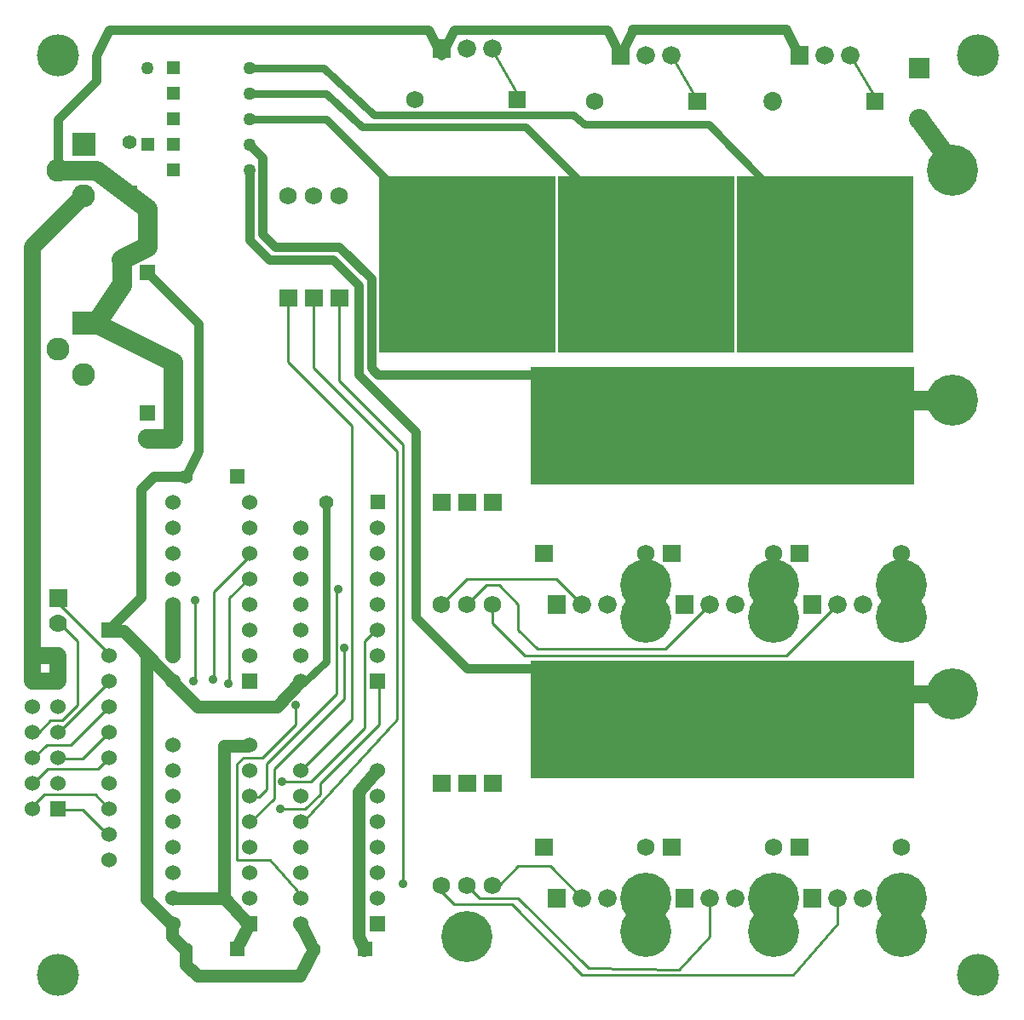
<source format=gbl>
G04 start of page 3 for group 1 idx 1 *
G04 Title: (unknown), ground *
G04 Creator: pcb 20110918 *
G04 CreationDate: Sat 26 Apr 2014 09:44:01 GMT UTC *
G04 For: ksarkies *
G04 Format: Gerber/RS-274X *
G04 PCB-Dimensions: 390000 390000 *
G04 PCB-Coordinate-Origin: lower left *
%MOIN*%
%FSLAX25Y25*%
%LNBOTTOM*%
%ADD69C,0.0280*%
%ADD68C,0.0840*%
%ADD67C,0.0380*%
%ADD66C,0.0420*%
%ADD65C,0.1240*%
%ADD64C,0.0200*%
%ADD63C,0.0360*%
%ADD62R,0.4600X0.4600*%
%ADD61C,0.0900*%
%ADD60C,0.0730*%
%ADD59C,0.2000*%
%ADD58C,0.0680*%
%ADD57C,0.0040*%
%ADD56C,0.0720*%
%ADD55C,0.0550*%
%ADD54C,0.0001*%
%ADD53C,0.1650*%
%ADD52C,0.0800*%
%ADD51C,0.0600*%
%ADD50C,0.0500*%
%ADD49C,0.0650*%
%ADD48C,0.0400*%
%ADD47C,0.0750*%
%ADD46C,0.0300*%
%ADD45C,0.0350*%
%ADD44C,0.0700*%
%ADD43C,0.0100*%
G54D43*X182500Y167500D02*X187500D01*
X175000Y170000D02*X210000D01*
X187500Y167500D02*X195000Y160000D01*
X210000Y170000D02*X220000Y160000D01*
X197500Y140000D02*X300000D01*
X320000Y160000D01*
Y157500D01*
X202500Y142500D02*X252500D01*
X270000Y160000D01*
G54D44*X362000Y125000D02*X342500D01*
G54D43*X220000Y15000D02*X302500D01*
X320000Y35000D01*
X222500Y17500D02*X258000Y17000D01*
X270000Y30000D01*
X320000Y35000D02*Y45000D01*
X195000D02*X222500Y17500D01*
X195000Y57500D02*X207500D01*
X220000Y45000D01*
X222500D01*
X270000Y30000D02*Y45000D01*
X220000Y15000D02*X192500Y42500D01*
X185000Y157500D02*Y152500D01*
X197500Y140000D01*
X195000Y160000D02*Y150000D01*
X202500Y142500D01*
X175000Y160000D02*X182500Y167500D01*
X165000Y160000D02*X175000Y170000D01*
G54D45*Y135000D02*X200000D01*
G54D46*X138500Y351500D02*X216000D01*
X134000Y347000D02*X198000D01*
X225000Y320000D01*
G54D43*X196000Y357500D03*
X216500Y351000D02*Y351500D01*
G54D46*X221000Y348000D01*
X90000Y370000D02*X119000D01*
X138500Y351500D01*
X90000Y360000D02*X120000D01*
X134000Y347000D01*
X90000Y350000D02*X120000D01*
X150000Y320000D01*
G54D45*X90000Y340000D02*X95000Y335000D01*
Y305000D01*
X90000Y330000D02*Y302500D01*
X95000Y305000D02*X100000Y300000D01*
X90000Y302500D02*X97500Y295000D01*
X100000Y300000D02*X125000D01*
X97500Y295000D02*X122500D01*
X140000Y250000D02*X205000D01*
X125000Y300000D02*X137500Y287500D01*
X122500Y295000D02*X132500Y285000D01*
G54D43*X115000Y280000D02*Y252500D01*
G54D47*X362000Y240000D02*X342500D01*
G54D43*X325000Y375000D02*X335500Y357000D01*
G54D48*X300000Y385000D02*X305000Y375000D01*
G54D43*X265000Y357500D02*X264500D01*
X255000Y375000D02*X265000Y357500D01*
X185000Y377000D02*X196000Y357500D01*
G54D46*X221000Y348000D02*X269500D01*
X293000Y324000D01*
G54D47*X363000Y335000D02*X352000Y350000D01*
G54D45*X170000Y385000D02*X230000D01*
G54D48*X240000D02*X300000D01*
G54D45*X230000D02*X235000Y375000D01*
X240000Y385000D01*
G54D47*X25000Y270000D02*X30000D01*
G54D48*X65000Y210000D02*X52500D01*
X47500Y205000D01*
G54D49*X5000Y130000D02*Y300000D01*
Y130000D02*X15000D01*
Y140000D01*
X7500D01*
G54D43*X22500Y145500D02*X15500Y152500D01*
X14500Y162000D02*Y161000D01*
X35500Y140000D01*
G54D47*X50000Y225000D02*X60000D01*
G54D50*X35500Y149500D02*X40500D01*
G54D48*X47500Y162500D02*X35000Y150000D01*
G54D51*X60000Y140000D02*Y159500D01*
G54D50*X40500Y149500D02*X60000Y130000D01*
G54D52*X30000Y270000D02*X40000Y285000D01*
G54D47*Y295000D01*
G54D52*X50000Y300000D01*
G54D43*Y290000D03*
G54D47*Y300000D02*Y315000D01*
X30000Y330000D01*
X15000D01*
G54D49*X5000Y300000D02*X25000Y320000D01*
G54D45*X15000Y330000D02*Y350000D01*
X30000Y365000D01*
Y375000D01*
X35000Y385000D01*
X160000D01*
X165000Y375000D01*
X170000Y385000D01*
G54D47*X50000Y225000D03*
X60000D02*Y255000D01*
X30000Y270000D01*
G54D43*X30500Y95500D02*X35000Y100000D01*
G54D45*X50000Y290000D02*X70000Y270000D01*
X137500Y287500D02*Y252500D01*
X140000Y250000D01*
X132500Y285000D02*Y250000D01*
G54D43*X105000Y277500D02*Y255000D01*
X96500Y97500D02*X124000Y125000D01*
Y165000D01*
G54D45*X70000Y270000D02*Y220000D01*
G54D50*X80000Y45500D02*Y104500D01*
X89000D01*
G54D43*X90000Y74500D02*Y75000D01*
G54D48*X47500Y205000D02*Y162500D01*
G54D50*X49500Y140500D02*Y44500D01*
G54D43*X14500Y79500D02*X24500D01*
X5500Y80000D02*Y81500D01*
X9500Y85500D01*
X24500Y79500D02*X34500Y69500D01*
X9500Y85500D02*X29500D01*
X35000Y80000D01*
X5000Y89500D02*X11000Y95500D01*
X30500D01*
X15000Y99500D02*X24500D01*
X35000Y110000D01*
X10500Y105000D02*X20000D01*
X34500Y119500D01*
X12000Y114500D02*X16500D01*
X5000Y99500D02*X10500Y105000D01*
X15000Y109500D02*X35000Y129500D01*
X5500Y110000D02*X7500D01*
X12000Y114500D01*
X16500D02*X22500Y120500D01*
Y145500D01*
G54D45*X70000Y220000D02*X65000Y210000D01*
G54D43*X120000Y200500D02*X119000Y201500D01*
X76000Y165000D02*X90000Y179000D01*
X68500Y130000D02*Y162500D01*
G54D45*X132500Y250000D02*X155000Y227500D01*
G54D43*X115000Y252500D02*X147500Y220000D01*
X105000Y255000D02*X130000Y230000D01*
X125000Y247500D02*X150000Y222500D01*
G54D45*X155000Y227500D02*Y200000D01*
G54D43*X147500Y220000D02*Y115000D01*
X150000Y222500D02*Y50500D01*
X125000Y277500D02*Y247500D01*
X130000Y230000D02*Y115000D01*
X127000Y143000D02*Y123000D01*
G54D46*X120000Y137500D02*Y200500D01*
G54D45*X155000Y210000D02*Y155000D01*
G54D43*X127000Y123000D02*X99500Y95500D01*
Y84000D01*
X90000Y74500D01*
X90500Y84500D02*X93500D01*
X96500Y87500D01*
Y97500D01*
G54D50*X80000Y45000D02*X60500D01*
G54D43*X175000Y50000D02*X180000Y45000D01*
G54D50*X134500Y24500D02*Y25500D01*
X132500Y30000D01*
G54D43*X165000Y50000D02*Y47500D01*
X170000Y42500D01*
X180000Y45000D02*X195000D01*
G54D50*X132500Y30000D02*Y86500D01*
X139500Y95000D01*
G54D43*X170000Y42500D02*X192500D01*
X185000Y50000D02*X187500D01*
X195000Y57500D01*
G54D50*X89500Y34500D02*X79500Y45500D01*
X60500Y45000D02*X60000Y45500D01*
X84500Y25000D02*X89500Y34500D01*
X49500Y44500D02*X59500Y34500D01*
Y35000D01*
Y30000D01*
X65000Y24500D01*
Y24000D02*Y19000D01*
X69500Y14500D01*
X109500D01*
X115000Y25000D01*
Y24500D02*X110000Y35000D01*
Y34000D02*X109500Y34500D01*
G54D43*X110500Y45500D02*X98000Y60000D01*
X85000D01*
X110000Y129000D02*X110500D01*
G54D46*X120000Y137500D01*
G54D45*X155000Y155000D02*X175000Y135000D01*
G54D43*X140500Y150000D02*X138000D01*
X139500Y149500D02*X139000D01*
X135000Y145500D01*
G54D50*X60500Y129000D02*X69500Y120000D01*
G54D43*X82000Y129000D02*Y162500D01*
X89500Y170000D01*
X76000Y130500D02*Y165000D01*
G54D50*X69500Y120000D02*X100500D01*
X110000Y130000D01*
G54D43*X140500Y129500D02*Y113000D01*
X135000Y145500D02*Y111500D01*
X147500Y115000D02*X111000Y75000D01*
X140500Y113000D02*X117500Y90000D01*
X135000Y111500D02*X114000Y90500D01*
X130000Y115000D02*X110000Y95000D01*
X95000Y100000D02*X108000Y113000D01*
Y119500D01*
X85000Y60000D02*Y97500D01*
X87500Y100000D01*
X95000D01*
X111500Y80000D02*X102000D01*
X117500Y90000D02*Y85500D01*
X111500Y80000D01*
X114000Y90500D02*X102500D01*
G54D53*X15000Y375000D03*
G54D54*G36*
X47500Y342500D02*Y337500D01*
X52500D01*
Y342500D01*
X47500D01*
G37*
G54D55*X43000Y341000D03*
G54D54*G36*
X348000Y374000D02*Y366000D01*
X356000D01*
Y374000D01*
X348000D01*
G37*
G54D53*X375000Y375000D03*
G54D52*X352000Y350000D03*
G54D56*X325000Y375000D03*
G54D57*X335000Y285000D03*
G54D54*G36*
X331100Y360400D02*Y353600D01*
X337900D01*
Y360400D01*
X331100D01*
G37*
G36*
X57500Y362500D02*Y357500D01*
X62500D01*
Y362500D01*
X57500D01*
G37*
G36*
Y352500D02*Y347500D01*
X62500D01*
Y352500D01*
X57500D01*
G37*
G36*
Y332500D02*Y327500D01*
X62500D01*
Y332500D01*
X57500D01*
G37*
G36*
Y342500D02*Y337500D01*
X62500D01*
Y342500D01*
X57500D01*
G37*
G54D50*X90000Y360000D03*
Y350000D03*
Y330000D03*
Y340000D03*
X50000Y370000D03*
G54D54*G36*
X57500Y372500D02*Y367500D01*
X62500D01*
Y372500D01*
X57500D01*
G37*
G54D50*X90000Y370000D03*
G54D58*X105000Y320000D03*
X115000D03*
X125000D03*
G54D57*X195000Y285000D03*
X155000D03*
G54D54*G36*
X161400Y381100D02*Y373900D01*
X168600D01*
Y381100D01*
X161400D01*
G37*
G54D56*X175000Y377500D03*
X185000D03*
G54D54*G36*
X191100Y360900D02*Y354100D01*
X197900D01*
Y360900D01*
X191100D01*
G37*
G54D58*X154500Y357500D03*
G54D59*X365000Y330000D03*
Y240000D03*
G54D54*G36*
X231400Y378600D02*Y371400D01*
X238600D01*
Y378600D01*
X231400D01*
G37*
G54D56*X245000Y375000D03*
X255000D03*
G54D54*G36*
X301400Y378600D02*Y371400D01*
X308600D01*
Y378600D01*
X301400D01*
G37*
G54D56*X315000Y375000D03*
G54D57*X305000Y240000D03*
X345000D03*
X255000D03*
X295000D03*
X205000D03*
X245000D03*
X295000Y285000D03*
X265000D03*
X225000D03*
G54D54*G36*
X261600Y360400D02*Y353600D01*
X268400D01*
Y360400D01*
X261600D01*
G37*
G54D58*X225000Y357000D03*
G54D60*X294500D03*
G54D54*G36*
X47000Y293000D02*Y287000D01*
X53000D01*
Y293000D01*
X47000D01*
G37*
G54D49*X50000Y300000D03*
G54D54*G36*
X101600Y283400D02*Y276600D01*
X108400D01*
Y283400D01*
X101600D01*
G37*
G36*
X111600D02*Y276600D01*
X118400D01*
Y283400D01*
X111600D01*
G37*
G36*
X121600D02*Y276600D01*
X128400D01*
Y283400D01*
X121600D01*
G37*
G36*
X20500Y274500D02*Y265500D01*
X29500D01*
Y274500D01*
X20500D01*
G37*
G54D61*X15000Y260000D03*
X25000Y250000D03*
G54D54*G36*
X20500Y344500D02*Y335500D01*
X29500D01*
Y344500D01*
X20500D01*
G37*
G54D61*X15000Y330000D03*
X25000Y320000D03*
G54D54*G36*
X40250Y323750D02*Y318250D01*
X45750D01*
Y323750D01*
X40250D01*
G37*
G54D51*X35000Y80000D03*
Y70000D03*
Y60000D03*
G54D54*G36*
X12000Y83000D02*Y77000D01*
X18000D01*
Y83000D01*
X12000D01*
G37*
G54D51*X5000Y80000D03*
X15000Y90000D03*
X5000D03*
G54D53*X15000Y15000D03*
G54D54*G36*
X87000Y38000D02*Y32000D01*
X93000D01*
Y38000D01*
X87000D01*
G37*
G36*
X82250Y27750D02*Y22250D01*
X87750D01*
Y27750D01*
X82250D01*
G37*
G54D59*X175000Y30000D03*
G54D51*X90000Y45000D03*
Y55000D03*
Y65000D03*
Y75000D03*
Y85000D03*
G54D54*G36*
X161600Y93400D02*Y86600D01*
X168400D01*
Y93400D01*
X161600D01*
G37*
G54D58*X165000Y50000D03*
G54D54*G36*
X132250Y27750D02*Y22250D01*
X137750D01*
Y27750D01*
X132250D01*
G37*
G54D55*X115000Y25000D03*
G54D51*X35000Y120000D03*
Y110000D03*
Y100000D03*
Y90000D03*
X90000Y95000D03*
X60000D03*
Y85000D03*
Y75000D03*
Y65000D03*
Y55000D03*
Y45000D03*
Y35000D03*
G54D55*X65000Y25000D03*
G54D59*X365000Y125000D03*
X345000Y155000D03*
Y167500D03*
G54D57*Y125000D03*
G54D54*G36*
X306400Y163600D02*Y156400D01*
X313600D01*
Y163600D01*
X306400D01*
G37*
G54D56*X320000Y160000D03*
X330000D03*
G54D58*X345000Y180000D03*
G54D53*X375000Y15000D03*
G54D59*X345000Y45000D03*
Y32000D03*
G54D56*X270000Y45000D03*
X280000D03*
G54D59*X295000D03*
Y32000D03*
G54D54*G36*
X306400Y48600D02*Y41400D01*
X313600D01*
Y48600D01*
X306400D01*
G37*
G54D56*X320000Y45000D03*
X330000D03*
G54D59*X245000D03*
G54D54*G36*
X256400Y48600D02*Y41400D01*
X263600D01*
Y48600D01*
X256400D01*
G37*
G54D58*X245000Y65000D03*
G54D54*G36*
X251600Y68400D02*Y61600D01*
X258400D01*
Y68400D01*
X251600D01*
G37*
G54D59*X245000Y32000D03*
G54D54*G36*
X301600Y68400D02*Y61600D01*
X308400D01*
Y68400D01*
X301600D01*
G37*
G54D58*X295000Y65000D03*
X345000D03*
G54D59*X245000Y155000D03*
Y167500D03*
G54D54*G36*
X256400Y163600D02*Y156400D01*
X263600D01*
Y163600D01*
X256400D01*
G37*
G54D57*X255000Y125000D03*
X245000D03*
G54D56*X230000Y160000D03*
G54D59*X295000Y155000D03*
Y167500D03*
G54D56*X270000Y160000D03*
X280000D03*
G54D57*X305000Y125000D03*
X295000D03*
G54D54*G36*
X301600Y183400D02*Y176600D01*
X308400D01*
Y183400D01*
X301600D01*
G37*
G36*
X251600D02*Y176600D01*
X258400D01*
Y183400D01*
X251600D01*
G37*
G54D58*X245000Y180000D03*
X295000D03*
G54D54*G36*
X47000Y238000D02*Y232000D01*
X53000D01*
Y238000D01*
X47000D01*
G37*
G54D51*X50000Y225000D03*
X15000Y100000D03*
X5000D03*
X15000Y110000D03*
X5000D03*
X15000Y120000D03*
X5000D03*
X15000Y130000D03*
X5000D03*
X15000Y140000D03*
X5000D03*
G54D54*G36*
X11500Y166000D02*Y159000D01*
X18500D01*
Y166000D01*
X11500D01*
G37*
G54D44*X15000Y152500D03*
G54D51*X110000Y140000D03*
Y130000D03*
Y190000D03*
Y180000D03*
Y170000D03*
Y160000D03*
Y150000D03*
G54D54*G36*
X32000Y153000D02*Y147000D01*
X38000D01*
Y153000D01*
X32000D01*
G37*
G54D51*X35000Y140000D03*
Y130000D03*
X90000Y105000D03*
X60000D03*
G54D54*G36*
X87000Y133000D02*Y127000D01*
X93000D01*
Y133000D01*
X87000D01*
G37*
G54D51*X90000Y140000D03*
Y150000D03*
Y160000D03*
Y170000D03*
Y180000D03*
X60000D03*
X90000Y190000D03*
X60000D03*
X90000Y200000D03*
X60000D03*
G54D54*G36*
X82250Y212750D02*Y207250D01*
X87750D01*
Y212750D01*
X82250D01*
G37*
G54D55*X65000Y210000D03*
G54D51*X60000Y170000D03*
Y160000D03*
Y150000D03*
Y140000D03*
Y130000D03*
G54D54*G36*
X206400Y163600D02*Y156400D01*
X213600D01*
Y163600D01*
X206400D01*
G37*
G54D58*X185000Y160000D03*
X175000D03*
X165000D03*
G54D56*X220000D03*
G54D57*X205000Y125000D03*
G54D54*G36*
X181600Y203400D02*Y196600D01*
X188400D01*
Y203400D01*
X181600D01*
G37*
G36*
X171600D02*Y196600D01*
X178400D01*
Y203400D01*
X171600D01*
G37*
G36*
X161600D02*Y196600D01*
X168400D01*
Y203400D01*
X161600D01*
G37*
G36*
X171600Y93400D02*Y86600D01*
X178400D01*
Y93400D01*
X171600D01*
G37*
G36*
X181600D02*Y86600D01*
X188400D01*
Y93400D01*
X181600D01*
G37*
G36*
X201600Y183400D02*Y176600D01*
X208400D01*
Y183400D01*
X201600D01*
G37*
G36*
X206400Y48600D02*Y41400D01*
X213600D01*
Y48600D01*
X206400D01*
G37*
G54D58*X175000Y50000D03*
X185000D03*
G54D56*X220000Y45000D03*
X230000D03*
G54D54*G36*
X201600Y68400D02*Y61600D01*
X208400D01*
Y68400D01*
X201600D01*
G37*
G36*
X137000Y38000D02*Y32000D01*
X143000D01*
Y38000D01*
X137000D01*
G37*
G54D51*X140000Y45000D03*
Y55000D03*
Y65000D03*
Y75000D03*
Y85000D03*
X110000D03*
X140000Y95000D03*
X110000D03*
Y75000D03*
Y65000D03*
Y55000D03*
Y45000D03*
Y35000D03*
G54D54*G36*
X137250Y202750D02*Y197250D01*
X142750D01*
Y202750D01*
X137250D01*
G37*
G54D51*X140000Y170000D03*
Y180000D03*
G54D55*X120000Y200000D03*
G54D54*G36*
X137000Y133000D02*Y127000D01*
X143000D01*
Y133000D01*
X137000D01*
G37*
G54D51*X140000Y140000D03*
Y150000D03*
Y160000D03*
Y190000D03*
G54D62*X323000Y230000D02*X327000D01*
X273000D02*X277000D01*
X223000D02*X227000D01*
G54D54*G36*
X280500Y327500D02*Y258500D01*
X349500D01*
Y327500D01*
X280500D01*
G37*
G36*
X210500D02*Y258500D01*
X279500D01*
Y327500D01*
X210500D01*
G37*
G36*
X140500D02*Y258500D01*
X209500D01*
Y327500D01*
X140500D01*
G37*
G54D62*X323000Y115000D02*X327000D01*
X273000D02*X277000D01*
X223000D02*X227000D01*
G54D63*X108000Y120500D03*
X75500Y130500D03*
X81500Y129000D03*
X68000Y130000D03*
X150000Y50500D03*
X102000Y80000D03*
X102500Y90500D03*
X68500Y161500D03*
X127000Y143000D03*
X124500Y166000D03*
G54D64*G54D65*G54D64*G54D46*G54D48*G54D65*G54D48*G54D66*G54D48*G54D67*G54D64*G54D67*G54D48*G54D66*G54D67*G54D68*G54D66*G54D48*G54D67*G54D46*G54D67*G54D51*G54D46*G54D69*G54D67*G54D65*G54D69*G54D46*G54D68*G54D69*G54D67*G54D46*G54D69*G54D46*G54D68*G54D48*G54D66*G54D67*G54D65*G54D68*G54D66*G54D68*G54D66*G54D68*G54D66*G54D67*G54D68*G54D67*G54D68*G54D66*G54D48*G54D66*G54D68*G54D66*G54D48*G54D67*G54D46*G54D67*G54D69*G54D46*G54D69*G54D66*G54D67*G54D66*G54D48*G54D67*G54D66*G54D67*G54D66*G54D67*G54D69*G54D46*G54D69*G54D46*G54D69*M02*

</source>
